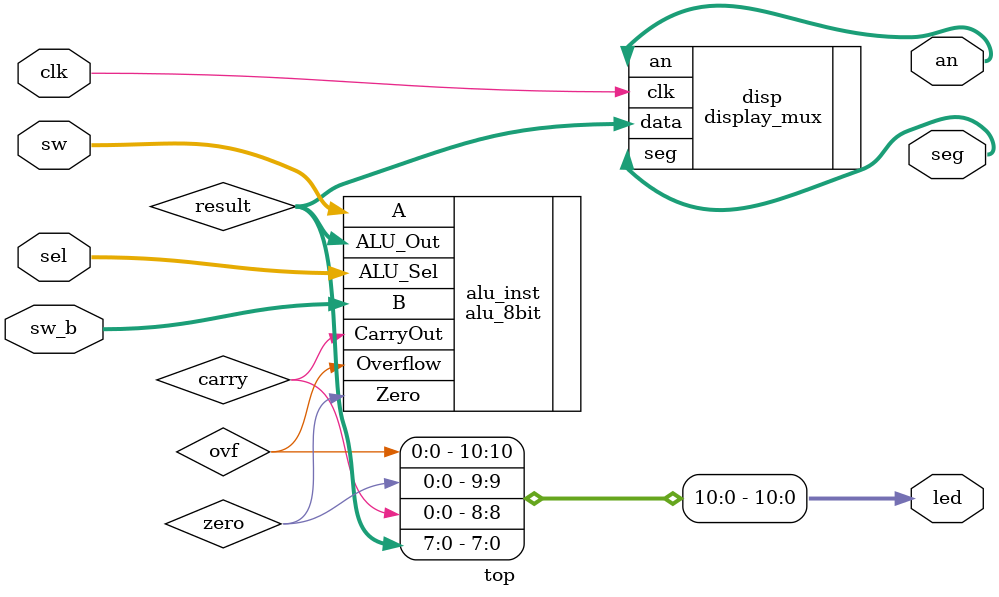
<source format=v>
`timescale 1ns / 1ps

module top (
    input clk,                      
    input [7:0] sw,                 
    input [7:0] sw_b,                
    input [2:0] sel,                 
    output [15:0] led,               
    output [6:0] seg,                
    output [3:0] an                 
);

    wire [7:0] result;
    wire carry, zero, ovf;

    alu_8bit alu_inst (
        .A(sw),
        .B(sw_b),
        .ALU_Sel(sel),
        .ALU_Out(result),
        .CarryOut(carry),
        .Zero(zero),
        .Overflow(ovf)
    );

    display_mux disp (
        .clk(clk),
        .data(result),
        .an(an),
        .seg(seg)
    );

  
    assign led[7:0] = result;
    assign led[8] = carry;
    assign led[9] = zero;
    assign led[10] = ovf;

endmodule

</source>
